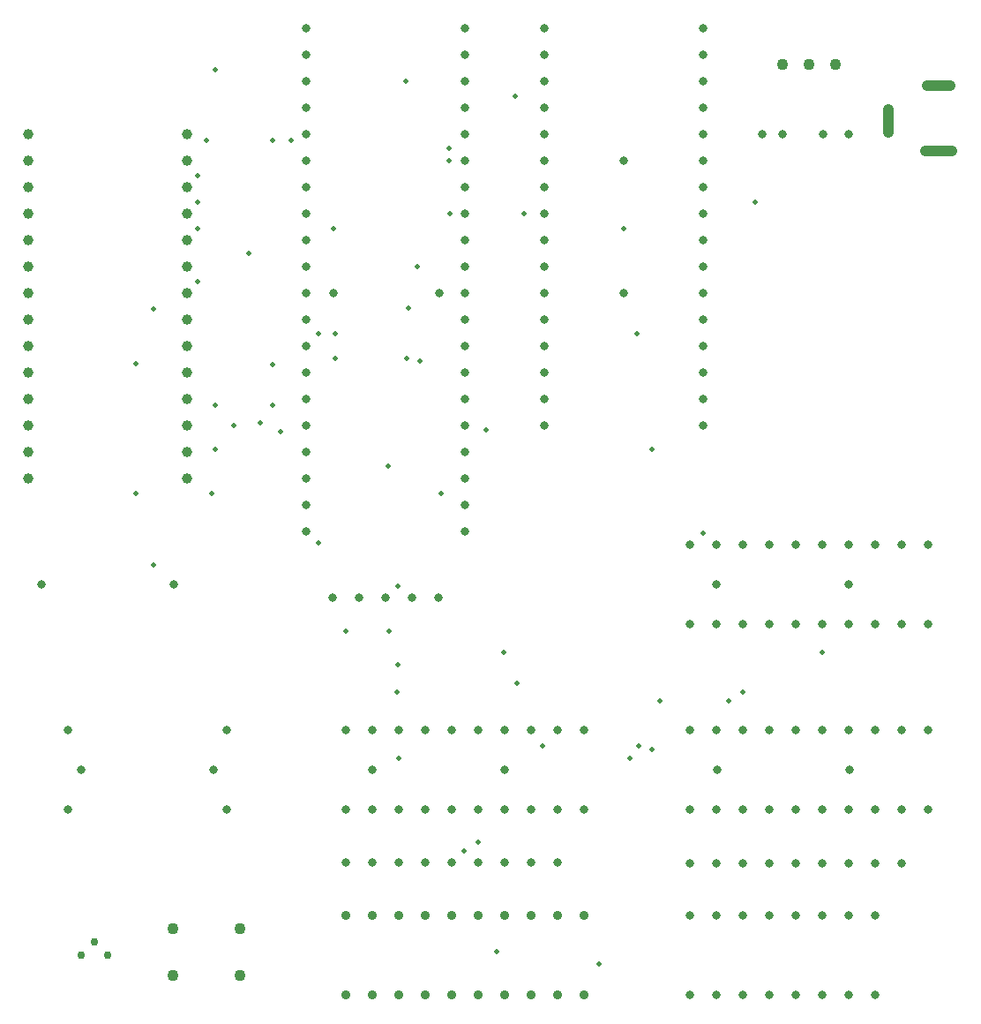
<source format=gbr>
%TF.GenerationSoftware,Novarm,DipTrace,4.3.0.4*%
%TF.CreationDate,2023-07-19T19:22:20+01:00*%
%FSLAX26Y26*%
%MOIN*%
%TF.FileFunction,Plated,1,2,PTH,Drill*%
%TF.Part,Single*%
%TA.AperFunction,ComponentDrill*%
%ADD13C,0.03937*%
%TA.AperFunction,ViaDrill*%
%ADD33C,0.019121*%
%TA.AperFunction,ComponentDrill*%
%ADD34C,0.031496*%
%ADD35C,0.029528*%
%ADD36C,0.043307*%
%ADD37C,0.036*%
G75*
G01*
D34*
X3143701Y543701D3*
X3243701D3*
X3343701D3*
X3443701D3*
X3543701D3*
X3643701D3*
X3743701D3*
X3843701D3*
Y843701D3*
X3743701D3*
X3643701D3*
X3543701D3*
X3443701D3*
X3343701D3*
X3243701D3*
X3143701D3*
X2893701Y3693701D3*
Y3193701D3*
D35*
X843701Y693701D3*
X893701Y743701D3*
X943701Y693701D3*
D34*
X2593701Y4193701D3*
Y4093701D3*
Y3993701D3*
Y3893701D3*
Y3793701D3*
Y3693701D3*
Y3593701D3*
Y3493701D3*
Y3393701D3*
Y3293701D3*
Y3193701D3*
Y3093701D3*
Y2993701D3*
Y2893701D3*
Y2793701D3*
Y2693701D3*
X3193701D3*
Y2793701D3*
Y2893701D3*
Y2993701D3*
Y3093701D3*
Y3193701D3*
Y3293701D3*
Y3393701D3*
Y3493701D3*
Y3593701D3*
Y3693701D3*
Y3793701D3*
Y3893701D3*
Y3993701D3*
Y4093701D3*
Y4193701D3*
X3743701Y3793701D3*
X3645276D3*
X1794488Y3193701D3*
X2194488D3*
D36*
X1187795Y793701D3*
X1443701D3*
X1187795Y616535D3*
X1443701D3*
D34*
X2193701Y2043701D3*
X2093701D3*
X1993701D3*
X1893701D3*
X1793701D3*
X3243701Y2093701D3*
X3743701D3*
X793701Y1243701D3*
X1393701D3*
Y1543701D3*
X793701D3*
X3143701Y1243701D3*
X3243701D3*
X3343701D3*
X3443701D3*
X3543701D3*
X3643701D3*
X3743701D3*
X3843701D3*
X3943701D3*
X4043701D3*
Y1543701D3*
X3943701D3*
X3843701D3*
X3743701D3*
X3643701D3*
X3543701D3*
X3443701D3*
X3343701D3*
X3243701D3*
X3143701D3*
X4031496Y3729528D2*
D13*
X4133858D1*
X4039370Y3977559D2*
X4125984D1*
X3893701Y3887008D2*
Y3800394D1*
D34*
X1693701Y4193701D3*
Y4093701D3*
Y3993701D3*
Y3893701D3*
Y3793701D3*
Y3693701D3*
Y3593701D3*
Y3493701D3*
Y3393701D3*
Y3293701D3*
Y3193701D3*
Y3093701D3*
Y2993701D3*
Y2893701D3*
Y2793701D3*
Y2693701D3*
Y2593701D3*
Y2493701D3*
Y2393701D3*
Y2293701D3*
X2293701D3*
Y2393701D3*
Y2493701D3*
Y2593701D3*
Y2693701D3*
Y2793701D3*
Y2893701D3*
Y2993701D3*
Y3093701D3*
Y3193701D3*
Y3293701D3*
Y3393701D3*
Y3493701D3*
Y3593701D3*
Y3693701D3*
Y3793701D3*
Y3893701D3*
Y3993701D3*
Y4093701D3*
Y4193701D3*
X3244488Y1393701D3*
X3744488D3*
D13*
X643701Y3793701D3*
Y3693701D3*
Y3593701D3*
Y3493701D3*
Y3393701D3*
Y3293701D3*
Y3193701D3*
Y3093701D3*
Y2993701D3*
Y2893701D3*
Y2793701D3*
Y2693701D3*
Y2593701D3*
Y2493701D3*
X1243701D3*
Y2593701D3*
Y2693701D3*
Y2793701D3*
Y2893701D3*
Y2993701D3*
Y3093701D3*
Y3193701D3*
Y3293701D3*
Y3393701D3*
Y3493701D3*
Y3593701D3*
Y3693701D3*
Y3793701D3*
D34*
X843701Y1393701D3*
X1343701D3*
X1943701D3*
X2443701D3*
X1193701Y2093701D3*
X693701D3*
X1843701Y1243701D3*
X1943701D3*
X2043701D3*
X2143701D3*
X2243701D3*
X2343701D3*
X2443701D3*
X2543701D3*
X2643701D3*
X2743701D3*
Y1543701D3*
X2643701D3*
X2543701D3*
X2443701D3*
X2343701D3*
X2243701D3*
X2143701D3*
X2043701D3*
X1943701D3*
X1843701D3*
X3414961Y3793701D3*
X3493701D3*
X3143701Y1039370D3*
X3243701D3*
X3343701D3*
X3443701D3*
X3543701D3*
X3643701D3*
X3743701D3*
X3843701D3*
X3943701D3*
D37*
X1843701Y543701D3*
X1943701D3*
X2043701D3*
X2143701D3*
X2243701D3*
X2343701D3*
X2443701D3*
X2543701D3*
X2643701D3*
X2743701D3*
Y843701D3*
X2643701D3*
X2543701D3*
X2443701D3*
X2343701D3*
X2243701D3*
X2143701D3*
X2043701D3*
X1943701D3*
X1843701D3*
D34*
Y1043701D3*
X1943701D3*
X2043701D3*
X2143701D3*
X2243701D3*
X2343701D3*
X2443701D3*
X2543701D3*
X2643701D3*
X3143701Y1943701D3*
X3243701D3*
X3343701D3*
X3443701D3*
X3543701D3*
X3643701D3*
X3743701D3*
X3843701D3*
X3943701D3*
X4043701D3*
Y2243701D3*
X3943701D3*
X3843701D3*
X3743701D3*
X3643701D3*
X3543701D3*
X3443701D3*
X3343701D3*
X3243701D3*
X3143701D3*
D36*
X3493701Y4056496D3*
X3593701D3*
X3693701D3*
D33*
X2893701Y3437992D3*
X1794488D3*
X2007327Y1916098D3*
X1843701D3*
X2079894Y3137992D3*
X1476756Y3342917D3*
X1316252Y3770787D3*
X1564398D3*
X1634331D3*
X3389957Y3537992D3*
X2234000Y3741574D3*
X1283457Y3237992D3*
X2112689Y3293700D3*
X1283457Y3437992D3*
X2234331Y3493700D3*
X2516614Y3493697D3*
X1283457Y3537992D3*
Y3637992D3*
X2234000Y3693700D3*
X1349047Y4037992D3*
X2067484Y3993700D3*
X2483823Y3937992D3*
X1114646Y3134846D3*
Y2167535D3*
X3343701Y1686382D3*
X2035866D3*
X2043701Y1437992D3*
X1596929Y2670787D3*
X2487996Y1721815D3*
X2997953Y2602563D3*
X1565154Y2924094D3*
Y2770787D3*
X1350433D3*
Y2602051D3*
X2585685Y1484334D3*
X2948500D3*
X1517725Y2703582D3*
X2997953Y1470787D3*
X3030748Y1653586D3*
X3288780D3*
X2003587Y2539960D3*
X1420630Y2693700D3*
X1803583Y3039960D3*
X2123862Y2937992D3*
X2914646Y1437992D3*
X1737992Y3039960D3*
X2372756Y2675708D3*
X2072918Y2947437D3*
X1803583D3*
X2040122Y2085685D3*
Y1790043D3*
X2941260Y3039960D3*
X2343701Y1120787D3*
X2410906Y708153D3*
X2798469Y660283D3*
X2287992Y1087992D3*
X2438347Y1837594D3*
X3643701D3*
X1737992Y2249405D3*
X3191260Y2287996D3*
X2201536Y2437992D3*
X1335355Y2437996D3*
X1047547D3*
Y2926500D3*
M02*

</source>
